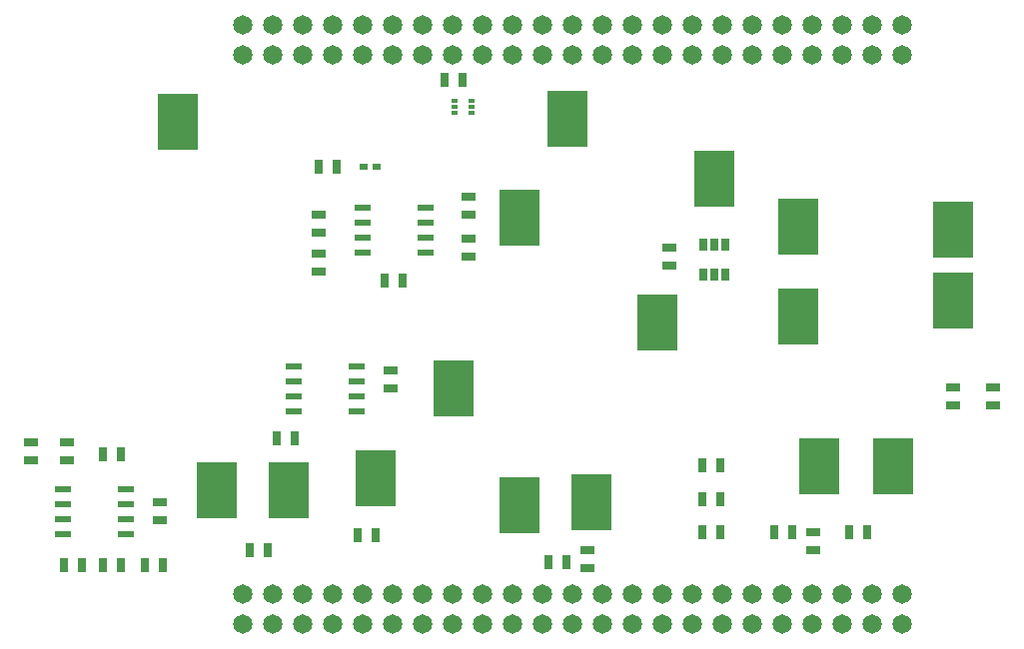
<source format=gts>
G04 (created by PCBNEW (2013-07-07 BZR 4022)-stable) date 3/24/2015 4:40:49 PM*
%MOIN*%
G04 Gerber Fmt 3.4, Leading zero omitted, Abs format*
%FSLAX34Y34*%
G01*
G70*
G90*
G04 APERTURE LIST*
%ADD10C,0.00590551*%
%ADD11C,0.065*%
%ADD12R,0.135039X0.185039*%
%ADD13R,0.0217X0.0118*%
%ADD14R,0.0276X0.0394*%
%ADD15R,0.0314961X0.023622*%
%ADD16R,0.0551X0.0236*%
%ADD17R,0.025X0.045*%
%ADD18R,0.045X0.025*%
G04 APERTURE END LIST*
G54D10*
G54D11*
X73650Y-43350D03*
X73650Y-42350D03*
X74650Y-43350D03*
X74650Y-42350D03*
X75650Y-43350D03*
X75650Y-42350D03*
X76650Y-43350D03*
X76650Y-42350D03*
X77650Y-43350D03*
X77650Y-42350D03*
X78650Y-43350D03*
X78650Y-42350D03*
X79650Y-43350D03*
X79650Y-42350D03*
X80650Y-43350D03*
X80650Y-42350D03*
X81650Y-43350D03*
X81650Y-42350D03*
X82650Y-43350D03*
X82650Y-42350D03*
X83650Y-43350D03*
X83650Y-42350D03*
X84650Y-43350D03*
X84650Y-42350D03*
X85650Y-43350D03*
X85650Y-42350D03*
X86650Y-43350D03*
X86650Y-42350D03*
X87650Y-43350D03*
X87650Y-42350D03*
X88650Y-43350D03*
X88650Y-42350D03*
X89650Y-43350D03*
X89650Y-42350D03*
X90650Y-43350D03*
X90650Y-42350D03*
X91650Y-43350D03*
X91650Y-42350D03*
X92650Y-43350D03*
X92650Y-42350D03*
X93650Y-43350D03*
X93650Y-42350D03*
X94650Y-43350D03*
X94650Y-42350D03*
X95650Y-43350D03*
X95650Y-42350D03*
G54D12*
X75200Y-57900D03*
X97350Y-49200D03*
X97350Y-51550D03*
X95350Y-57100D03*
X92900Y-57100D03*
X82900Y-48800D03*
X78100Y-57500D03*
X80700Y-54500D03*
X92200Y-52100D03*
X92200Y-49100D03*
X87500Y-52300D03*
X72800Y-57900D03*
X84500Y-45500D03*
X82900Y-58400D03*
X85300Y-58300D03*
X89400Y-47500D03*
G54D13*
X80717Y-45297D03*
X80717Y-45100D03*
X80717Y-44903D03*
X81283Y-44903D03*
X81283Y-45100D03*
X81283Y-45297D03*
G54D14*
X89025Y-49700D03*
X89400Y-49700D03*
X89775Y-49700D03*
X89775Y-50700D03*
X89400Y-50700D03*
X89025Y-50700D03*
G54D15*
X78116Y-47100D03*
X77683Y-47100D03*
G54D16*
X77450Y-53750D03*
X75350Y-53750D03*
X77450Y-54250D03*
X77450Y-54750D03*
X77450Y-55250D03*
X75350Y-54250D03*
X75350Y-54750D03*
X75350Y-55250D03*
X77650Y-49950D03*
X79750Y-49950D03*
X77650Y-49450D03*
X77650Y-48950D03*
X77650Y-48450D03*
X79750Y-49450D03*
X79750Y-48950D03*
X79750Y-48450D03*
X67650Y-59350D03*
X69750Y-59350D03*
X67650Y-58850D03*
X67650Y-58350D03*
X67650Y-57850D03*
X69750Y-58850D03*
X69750Y-58350D03*
X69750Y-57850D03*
G54D17*
X76800Y-47100D03*
X76200Y-47100D03*
X67700Y-60400D03*
X68300Y-60400D03*
X74500Y-59900D03*
X73900Y-59900D03*
G54D18*
X70900Y-58300D03*
X70900Y-58900D03*
G54D17*
X93900Y-59300D03*
X94500Y-59300D03*
X91400Y-59300D03*
X92000Y-59300D03*
G54D18*
X78600Y-53900D03*
X78600Y-54500D03*
G54D17*
X75400Y-56150D03*
X74800Y-56150D03*
X78400Y-50900D03*
X79000Y-50900D03*
G54D18*
X81200Y-48700D03*
X81200Y-48100D03*
X66600Y-56300D03*
X66600Y-56900D03*
X76200Y-50600D03*
X76200Y-50000D03*
G54D17*
X77500Y-59400D03*
X78100Y-59400D03*
G54D18*
X76200Y-49300D03*
X76200Y-48700D03*
X81200Y-49500D03*
X81200Y-50100D03*
G54D17*
X89600Y-57050D03*
X89000Y-57050D03*
X89600Y-58200D03*
X89000Y-58200D03*
X89600Y-59300D03*
X89000Y-59300D03*
X71000Y-60400D03*
X70400Y-60400D03*
G54D18*
X87900Y-49800D03*
X87900Y-50400D03*
G54D17*
X69600Y-60400D03*
X69000Y-60400D03*
X69000Y-56700D03*
X69600Y-56700D03*
G54D18*
X67800Y-56300D03*
X67800Y-56900D03*
G54D11*
X73650Y-62350D03*
X73650Y-61350D03*
X74650Y-62350D03*
X74650Y-61350D03*
X75650Y-62350D03*
X75650Y-61350D03*
X76650Y-62350D03*
X76650Y-61350D03*
X77650Y-62350D03*
X77650Y-61350D03*
X78650Y-62350D03*
X78650Y-61350D03*
X79650Y-62350D03*
X79650Y-61350D03*
X80650Y-62350D03*
X80650Y-61350D03*
X81650Y-62350D03*
X81650Y-61350D03*
X82650Y-62350D03*
X82650Y-61350D03*
X83650Y-62350D03*
X83650Y-61350D03*
X84650Y-62350D03*
X84650Y-61350D03*
X85650Y-62350D03*
X85650Y-61350D03*
X86650Y-62350D03*
X86650Y-61350D03*
X87650Y-62350D03*
X87650Y-61350D03*
X88650Y-62350D03*
X88650Y-61350D03*
X89650Y-62350D03*
X89650Y-61350D03*
X90650Y-62350D03*
X90650Y-61350D03*
X91650Y-62350D03*
X91650Y-61350D03*
X92650Y-62350D03*
X92650Y-61350D03*
X93650Y-62350D03*
X93650Y-61350D03*
X94650Y-62350D03*
X94650Y-61350D03*
X95650Y-62350D03*
X95650Y-61350D03*
G54D12*
X71500Y-45600D03*
G54D17*
X80400Y-44200D03*
X81000Y-44200D03*
X84450Y-60300D03*
X83850Y-60300D03*
G54D18*
X85150Y-59900D03*
X85150Y-60500D03*
X92700Y-59300D03*
X92700Y-59900D03*
X97350Y-54450D03*
X97350Y-55050D03*
X98700Y-54450D03*
X98700Y-55050D03*
M02*

</source>
